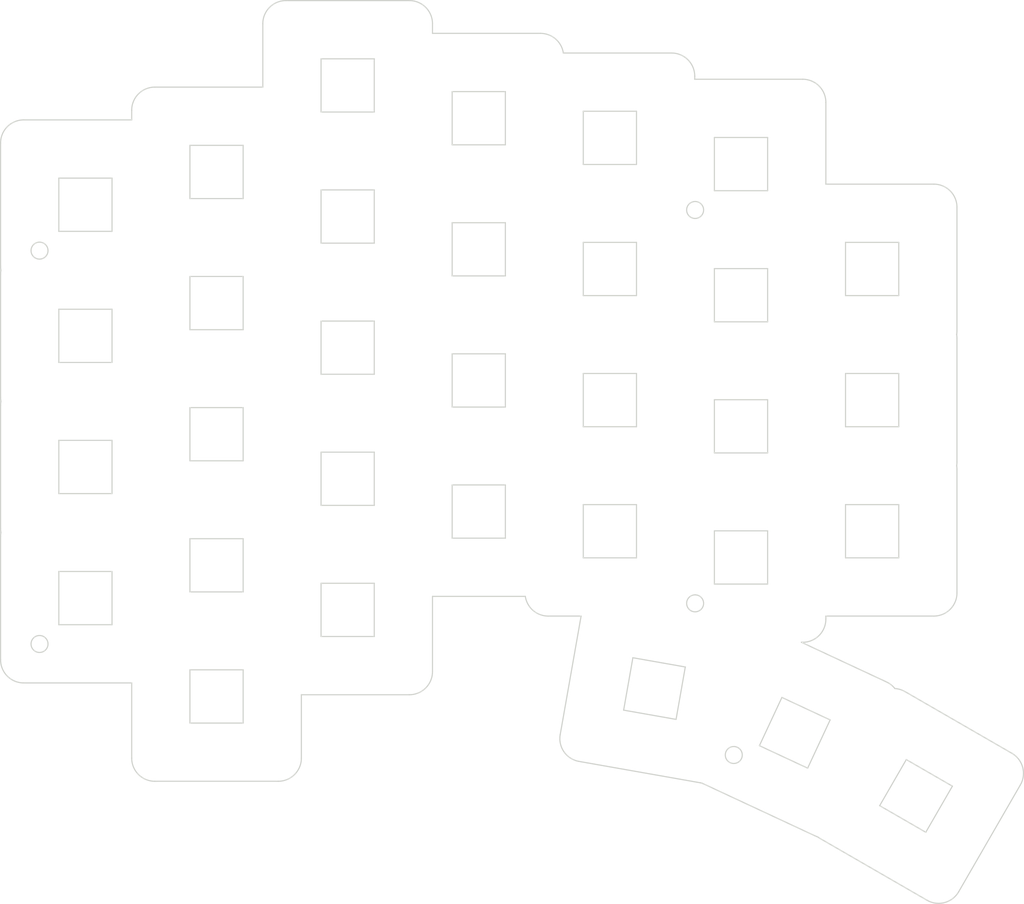
<source format=kicad_pcb>


(kicad_pcb
  (version 20240108)
  (generator "ergogen")
  (generator_version "4.1.0")
  (general
    (thickness 1.6)
    (legacy_teardrops no)
  )
  (paper "A3")
  (title_block
    (title "plate_left")
    (date "2025-08-10")
    (rev "v0.2")
    (company "Happily-Coding")
  )

  (layers
    (0 "F.Cu" signal)
    (31 "B.Cu" signal)
    (32 "B.Adhes" user "B.Adhesive")
    (33 "F.Adhes" user "F.Adhesive")
    (34 "B.Paste" user)
    (35 "F.Paste" user)
    (36 "B.SilkS" user "B.Silkscreen")
    (37 "F.SilkS" user "F.Silkscreen")
    (38 "B.Mask" user)
    (39 "F.Mask" user)
    (40 "Dwgs.User" user "User.Drawings")
    (41 "Cmts.User" user "User.Comments")
    (42 "Eco1.User" user "User.Eco1")
    (43 "Eco2.User" user "User.Eco2")
    (44 "Edge.Cuts" user)
    (45 "Margin" user)
    (46 "B.CrtYd" user "B.Courtyard")
    (47 "F.CrtYd" user "F.Courtyard")
    (48 "B.Fab" user)
    (49 "F.Fab" user)
  )

  (setup
    (pad_to_mask_clearance 0.05)
    (allow_soldermask_bridges_in_footprints no)
    (pcbplotparams
      (layerselection 0x00010fc_ffffffff)
      (plot_on_all_layers_selection 0x0000000_00000000)
      (disableapertmacros no)
      (usegerberextensions no)
      (usegerberattributes yes)
      (usegerberadvancedattributes yes)
      (creategerberjobfile yes)
      (dashed_line_dash_ratio 12.000000)
      (dashed_line_gap_ratio 3.000000)
      (svgprecision 4)
      (plotframeref no)
      (viasonmask no)
      (mode 1)
      (useauxorigin no)
      (hpglpennumber 1)
      (hpglpenspeed 20)
      (hpglpendiameter 15.000000)
      (pdf_front_fp_property_popups yes)
      (pdf_back_fp_property_popups yes)
      (dxfpolygonmode yes)
      (dxfimperialunits yes)
      (dxfusepcbnewfont yes)
      (psnegative no)
      (psa4output no)
      (plotreference yes)
      (plotvalue yes)
      (plotfptext yes)
      (plotinvisibletext no)
      (sketchpadsonfab no)
      (subtractmaskfromsilk no)
      (outputformat 1)
      (mirror no)
      (drillshape 1)
      (scaleselection 1)
      (outputdirectory "")
    )
  )

  (net 0 "")

  
  (gr_line (start 27 144) (end 41 144) (layer Edge.Cuts) (stroke (width 0.15) (type default)))
(gr_arc (start 24.0419601 124.5) (mid 24.0105084 124.7491212) (end 24 125) (layer Edge.Cuts) (stroke (width 0.15) (type default)))
(gr_line (start 24 125) (end 24 141) (layer Edge.Cuts) (stroke (width 0.15) (type default)))
(gr_arc (start 24 141) (mid 24.8786797 143.1213203) (end 27 144) (layer Edge.Cuts) (stroke (width 0.15) (type default)))
(gr_arc (start 24.0419601 107.5) (mid 24.0105084 107.7491212) (end 24 108) (layer Edge.Cuts) (stroke (width 0.15) (type default)))
(gr_line (start 24 108) (end 24 124) (layer Edge.Cuts) (stroke (width 0.15) (type default)))
(gr_arc (start 24 124) (mid 24.0105084 124.2508788) (end 24.0419601 124.5) (layer Edge.Cuts) (stroke (width 0.15) (type default)))
(gr_arc (start 24.0419601 90.5) (mid 24.0105084 90.7491212) (end 24 91) (layer Edge.Cuts) (stroke (width 0.15) (type default)))
(gr_line (start 24 91) (end 24 107) (layer Edge.Cuts) (stroke (width 0.15) (type default)))
(gr_arc (start 24 107) (mid 24.0105084 107.2508788) (end 24.0419601 107.5) (layer Edge.Cuts) (stroke (width 0.15) (type default)))
(gr_line (start 41 71) (end 27 71) (layer Edge.Cuts) (stroke (width 0.15) (type default)))
(gr_arc (start 27 71) (mid 24.8786797 71.8786797) (end 24 74) (layer Edge.Cuts) (stroke (width 0.15) (type default)))
(gr_line (start 24 74) (end 24 90) (layer Edge.Cuts) (stroke (width 0.15) (type default)))
(gr_arc (start 24 90) (mid 24.0105084 90.2508788) (end 24.0419601 90.5) (layer Edge.Cuts) (stroke (width 0.15) (type default)))
(gr_line (start 44 156.75) (end 60 156.75) (layer Edge.Cuts) (stroke (width 0.15) (type default)))
(gr_arc (start 60 156.75) (mid 62.1213203 155.8713203) (end 63 153.75) (layer Edge.Cuts) (stroke (width 0.15) (type default)))
(gr_line (start 63 153.75) (end 63 145.53) (layer Edge.Cuts) (stroke (width 0.15) (type default)))
(gr_line (start 41 144) (end 41 153.75) (layer Edge.Cuts) (stroke (width 0.15) (type default)))
(gr_arc (start 41 153.75) (mid 41.8786797 155.8713203) (end 44 156.75) (layer Edge.Cuts) (stroke (width 0.15) (type default)))
(gr_line (start 58 66.75) (end 44 66.75) (layer Edge.Cuts) (stroke (width 0.15) (type default)))
(gr_arc (start 44 66.75) (mid 41.8786797 67.6286797) (end 41 69.75) (layer Edge.Cuts) (stroke (width 0.15) (type default)))
(gr_line (start 41 69.75) (end 41 71) (layer Edge.Cuts) (stroke (width 0.15) (type default)))
(gr_line (start 63 145.53) (end 77 145.53) (layer Edge.Cuts) (stroke (width 0.15) (type default)))
(gr_arc (start 77 145.53) (mid 79.1213203 144.6513203) (end 80 142.53) (layer Edge.Cuts) (stroke (width 0.15) (type default)))
(gr_line (start 80 142.53) (end 80 132.78) (layer Edge.Cuts) (stroke (width 0.15) (type default)))
(gr_line (start 80 59.78) (end 80 58.53) (layer Edge.Cuts) (stroke (width 0.15) (type default)))
(gr_arc (start 80 58.53) (mid 79.1213203 56.4086797) (end 77 55.53) (layer Edge.Cuts) (stroke (width 0.15) (type default)))
(gr_line (start 77 55.53) (end 61 55.53) (layer Edge.Cuts) (stroke (width 0.15) (type default)))
(gr_arc (start 61 55.53) (mid 58.8786797 56.4086797) (end 58 58.53) (layer Edge.Cuts) (stroke (width 0.15) (type default)))
(gr_line (start 58 58.53) (end 58 66.75) (layer Edge.Cuts) (stroke (width 0.15) (type default)))
(gr_line (start 80 132.78) (end 92.033942 132.78) (layer Edge.Cuts) (stroke (width 0.15) (type default)))
(gr_arc (start 96.966058 62.33) (mid 95.9557607 60.5051374) (end 94 59.78) (layer Edge.Cuts) (stroke (width 0.15) (type default)))
(gr_line (start 94 59.78) (end 80 59.78) (layer Edge.Cuts) (stroke (width 0.15) (type default)))
(gr_line (start 95 135.33) (end 99.26778084719014 135.33) (layer Edge.Cuts) (stroke (width 0.15) (type default)))
(gr_arc (start 92.033942 132.78) (mid 93.0442393 134.60486260000002) (end 95 135.33) (layer Edge.Cuts) (stroke (width 0.15) (type default)))
(gr_line (start 114 65.72999999999999) (end 114 65.33000000000001) (layer Edge.Cuts) (stroke (width 0.15) (type default)))
(gr_arc (start 114 65.33000000000001) (mid 113.1213203 63.20867970000001) (end 111 62.33000000000001) (layer Edge.Cuts) (stroke (width 0.15) (type default)))
(gr_line (start 111 62.33000000000001) (end 96.966058 62.33) (layer Edge.Cuts) (stroke (width 0.15) (type default)))
(gr_line (start 127.83205348520788 138.73) (end 128 138.73) (layer Edge.Cuts) (stroke (width 0.15) (type default)))
(gr_arc (start 128 138.73) (mid 130.1213203 137.8513203) (end 131 135.73) (layer Edge.Cuts) (stroke (width 0.15) (type default)))
(gr_line (start 131 135.73) (end 131 135.33) (layer Edge.Cuts) (stroke (width 0.15) (type default)))
(gr_line (start 131 79.33000000000001) (end 131 68.72999999999999) (layer Edge.Cuts) (stroke (width 0.15) (type default)))
(gr_arc (start 131 68.72999999999999) (mid 130.1213203 66.6086797) (end 128 65.72999999999999) (layer Edge.Cuts) (stroke (width 0.15) (type default)))
(gr_line (start 128 65.72999999999999) (end 114 65.72999999999999) (layer Edge.Cuts) (stroke (width 0.15) (type default)))
(gr_line (start 131 135.33) (end 145 135.33) (layer Edge.Cuts) (stroke (width 0.15) (type default)))
(gr_arc (start 145 135.33) (mid 147.1213203 134.45132030000002) (end 148 132.33) (layer Edge.Cuts) (stroke (width 0.15) (type default)))
(gr_line (start 148 132.33) (end 148 116.33000000000001) (layer Edge.Cuts) (stroke (width 0.15) (type default)))
(gr_arc (start 148 116.33000000000001) (mid 147.9894916 116.07912120000002) (end 147.9580399 115.83000000000001) (layer Edge.Cuts) (stroke (width 0.15) (type default)))
(gr_arc (start 147.9580399 115.83000000000001) (mid 147.9894916 115.58087880000001) (end 148 115.33000000000001) (layer Edge.Cuts) (stroke (width 0.15) (type default)))
(gr_line (start 148 115.33000000000001) (end 148 99.33000000000001) (layer Edge.Cuts) (stroke (width 0.15) (type default)))
(gr_arc (start 148 99.33000000000001) (mid 147.9894916 99.07912120000002) (end 147.9580399 98.83000000000001) (layer Edge.Cuts) (stroke (width 0.15) (type default)))
(gr_arc (start 147.9580399 98.83000000000001) (mid 147.9894916 98.58087880000001) (end 148 98.33000000000001) (layer Edge.Cuts) (stroke (width 0.15) (type default)))
(gr_line (start 148 98.33000000000001) (end 148 82.33000000000001) (layer Edge.Cuts) (stroke (width 0.15) (type default)))
(gr_arc (start 148 82.33000000000001) (mid 147.1213203 80.20867970000002) (end 145 79.33000000000001) (layer Edge.Cuts) (stroke (width 0.15) (type default)))
(gr_line (start 145 79.33000000000001) (end 131 79.33000000000001) (layer Edge.Cuts) (stroke (width 0.15) (type default)))
(gr_line (start 98.991408 154.1736999) (end 114.7483321 156.95207069999998) (layer Edge.Cuts) (stroke (width 0.15) (type default)))
(gr_arc (start 114.7483321 156.95207069999998) (mid 114.8330342 156.96576009999998) (end 114.9180932 156.97702159999997) (layer Edge.Cuts) (stroke (width 0.15) (type default)))
(gr_line (start 99.26778084719014 135.33000000000004) (end 96.5579293 150.6983321) (layer Edge.Cuts) (stroke (width 0.15) (type default)))
(gr_arc (start 96.5579293 150.6983321) (mid 97.0548965 152.940006) (end 98.9914081 154.1736999) (layer Edge.Cuts) (stroke (width 0.15) (type default)))
(gr_line (start 115.07146459999998 157.05395399999998) (end 129.5723892 163.81584619999998) (layer Edge.Cuts) (stroke (width 0.15) (type default)))
(gr_arc (start 129.57238919999998 163.81584619999998) (mid 129.75311409999998 163.89301809999998) (end 129.93850369999998 163.9581926) (layer Edge.Cuts) (stroke (width 0.15) (type default)))
(gr_arc (start 139.9493024 144.72762699999998) (mid 139.4590029 144.2397202) (end 138.869991 143.8770748) (layer Edge.Cuts) (stroke (width 0.15) (type default)))
(gr_line (start 138.869991 143.8770748) (end 127.83205348520788 138.73) (layer Edge.Cuts) (stroke (width 0.15) (type default)))
(gr_arc (start 114.91809319999999 156.97702149999998) (mid 114.99422879999999 157.0165845) (end 115.0714646 157.05395389999998) (layer Edge.Cuts) (stroke (width 0.15) (type default)))
(gr_line (start 130.2651015 164.17644929999997) (end 144.1215079 172.17644929999997) (layer Edge.Cuts) (stroke (width 0.15) (type default)))
(gr_arc (start 144.1215079 172.1764493) (mid 146.397965 172.47615059999998) (end 148.21958410000002 171.0783731) (layer Edge.Cuts) (stroke (width 0.15) (type default)))
(gr_line (start 148.2195841 171.0783731) (end 156.2195841 157.22196669999997) (layer Edge.Cuts) (stroke (width 0.15) (type default)))
(gr_arc (start 156.2195841 157.22196669999997) (mid 156.51928539999997 154.94550959999998) (end 155.12150789999998 153.12389049999996) (layer Edge.Cuts) (stroke (width 0.15) (type default)))
(gr_line (start 155.12150789999998 153.1238905) (end 141.2651015 145.1238905) (layer Edge.Cuts) (stroke (width 0.15) (type default)))
(gr_arc (start 141.2651015 145.1238905) (mid 140.63019649999998 144.849405) (end 139.9493024 144.72762699999998) (layer Edge.Cuts) (stroke (width 0.15) (type default)))
(gr_arc (start 129.93850369999998 163.9581925) (mid 130.09822649999998 164.0726721) (end 130.2651015 164.1764493) (layer Edge.Cuts) (stroke (width 0.15) (type default)))
(gr_line (start 31.55 136.45) (end 38.45 136.45) (layer Edge.Cuts) (stroke (width 0.15) (type default)))
(gr_line (start 38.45 136.45) (end 38.45 129.54999999999998) (layer Edge.Cuts) (stroke (width 0.15) (type default)))
(gr_line (start 38.45 129.54999999999998) (end 31.55 129.54999999999998) (layer Edge.Cuts) (stroke (width 0.15) (type default)))
(gr_line (start 31.55 129.54999999999998) (end 31.55 136.45) (layer Edge.Cuts) (stroke (width 0.15) (type default)))
(gr_line (start 31.55 119.45) (end 38.45 119.45) (layer Edge.Cuts) (stroke (width 0.15) (type default)))
(gr_line (start 38.45 119.45) (end 38.45 112.55) (layer Edge.Cuts) (stroke (width 0.15) (type default)))
(gr_line (start 38.45 112.55) (end 31.55 112.55) (layer Edge.Cuts) (stroke (width 0.15) (type default)))
(gr_line (start 31.55 112.55) (end 31.55 119.45) (layer Edge.Cuts) (stroke (width 0.15) (type default)))
(gr_line (start 31.55 102.45) (end 38.45 102.45) (layer Edge.Cuts) (stroke (width 0.15) (type default)))
(gr_line (start 38.45 102.45) (end 38.45 95.55) (layer Edge.Cuts) (stroke (width 0.15) (type default)))
(gr_line (start 38.45 95.55) (end 31.55 95.55) (layer Edge.Cuts) (stroke (width 0.15) (type default)))
(gr_line (start 31.55 95.55) (end 31.55 102.45) (layer Edge.Cuts) (stroke (width 0.15) (type default)))
(gr_line (start 31.55 85.45) (end 38.45 85.45) (layer Edge.Cuts) (stroke (width 0.15) (type default)))
(gr_line (start 38.45 85.45) (end 38.45 78.55) (layer Edge.Cuts) (stroke (width 0.15) (type default)))
(gr_line (start 38.45 78.55) (end 31.55 78.55) (layer Edge.Cuts) (stroke (width 0.15) (type default)))
(gr_line (start 31.55 78.55) (end 31.55 85.45) (layer Edge.Cuts) (stroke (width 0.15) (type default)))
(gr_line (start 48.55 149.2) (end 55.449999999999996 149.2) (layer Edge.Cuts) (stroke (width 0.15) (type default)))
(gr_line (start 55.449999999999996 149.2) (end 55.449999999999996 142.29999999999998) (layer Edge.Cuts) (stroke (width 0.15) (type default)))
(gr_line (start 55.449999999999996 142.29999999999998) (end 48.55 142.29999999999998) (layer Edge.Cuts) (stroke (width 0.15) (type default)))
(gr_line (start 48.55 142.29999999999998) (end 48.55 149.2) (layer Edge.Cuts) (stroke (width 0.15) (type default)))
(gr_line (start 48.55 132.2) (end 55.449999999999996 132.2) (layer Edge.Cuts) (stroke (width 0.15) (type default)))
(gr_line (start 55.449999999999996 132.2) (end 55.449999999999996 125.29999999999998) (layer Edge.Cuts) (stroke (width 0.15) (type default)))
(gr_line (start 55.449999999999996 125.29999999999998) (end 48.55 125.29999999999998) (layer Edge.Cuts) (stroke (width 0.15) (type default)))
(gr_line (start 48.55 125.29999999999998) (end 48.55 132.2) (layer Edge.Cuts) (stroke (width 0.15) (type default)))
(gr_line (start 48.55 115.2) (end 55.449999999999996 115.2) (layer Edge.Cuts) (stroke (width 0.15) (type default)))
(gr_line (start 55.449999999999996 115.2) (end 55.449999999999996 108.3) (layer Edge.Cuts) (stroke (width 0.15) (type default)))
(gr_line (start 55.449999999999996 108.3) (end 48.55 108.3) (layer Edge.Cuts) (stroke (width 0.15) (type default)))
(gr_line (start 48.55 108.3) (end 48.55 115.2) (layer Edge.Cuts) (stroke (width 0.15) (type default)))
(gr_line (start 48.55 98.2) (end 55.449999999999996 98.2) (layer Edge.Cuts) (stroke (width 0.15) (type default)))
(gr_line (start 55.449999999999996 98.2) (end 55.449999999999996 91.3) (layer Edge.Cuts) (stroke (width 0.15) (type default)))
(gr_line (start 55.449999999999996 91.3) (end 48.55 91.3) (layer Edge.Cuts) (stroke (width 0.15) (type default)))
(gr_line (start 48.55 91.3) (end 48.55 98.2) (layer Edge.Cuts) (stroke (width 0.15) (type default)))
(gr_line (start 48.55 81.2) (end 55.449999999999996 81.2) (layer Edge.Cuts) (stroke (width 0.15) (type default)))
(gr_line (start 55.449999999999996 81.2) (end 55.449999999999996 74.3) (layer Edge.Cuts) (stroke (width 0.15) (type default)))
(gr_line (start 55.449999999999996 74.3) (end 48.55 74.3) (layer Edge.Cuts) (stroke (width 0.15) (type default)))
(gr_line (start 48.55 74.3) (end 48.55 81.2) (layer Edge.Cuts) (stroke (width 0.15) (type default)))
(gr_line (start 65.55 137.98) (end 72.45 137.98) (layer Edge.Cuts) (stroke (width 0.15) (type default)))
(gr_line (start 72.45 137.98) (end 72.45 131.07999999999998) (layer Edge.Cuts) (stroke (width 0.15) (type default)))
(gr_line (start 72.45 131.07999999999998) (end 65.55 131.07999999999998) (layer Edge.Cuts) (stroke (width 0.15) (type default)))
(gr_line (start 65.55 131.07999999999998) (end 65.55 137.98) (layer Edge.Cuts) (stroke (width 0.15) (type default)))
(gr_line (start 65.55 120.98) (end 72.45 120.98) (layer Edge.Cuts) (stroke (width 0.15) (type default)))
(gr_line (start 72.45 120.98) (end 72.45 114.08) (layer Edge.Cuts) (stroke (width 0.15) (type default)))
(gr_line (start 72.45 114.08) (end 65.55 114.08) (layer Edge.Cuts) (stroke (width 0.15) (type default)))
(gr_line (start 65.55 114.08) (end 65.55 120.98) (layer Edge.Cuts) (stroke (width 0.15) (type default)))
(gr_line (start 65.55 103.98) (end 72.45 103.98) (layer Edge.Cuts) (stroke (width 0.15) (type default)))
(gr_line (start 72.45 103.98) (end 72.45 97.08) (layer Edge.Cuts) (stroke (width 0.15) (type default)))
(gr_line (start 72.45 97.08) (end 65.55 97.08) (layer Edge.Cuts) (stroke (width 0.15) (type default)))
(gr_line (start 65.55 97.08) (end 65.55 103.98) (layer Edge.Cuts) (stroke (width 0.15) (type default)))
(gr_line (start 65.55 86.98) (end 72.45 86.98) (layer Edge.Cuts) (stroke (width 0.15) (type default)))
(gr_line (start 72.45 86.98) (end 72.45 80.08) (layer Edge.Cuts) (stroke (width 0.15) (type default)))
(gr_line (start 72.45 80.08) (end 65.55 80.08) (layer Edge.Cuts) (stroke (width 0.15) (type default)))
(gr_line (start 65.55 80.08) (end 65.55 86.98) (layer Edge.Cuts) (stroke (width 0.15) (type default)))
(gr_line (start 65.55 69.98) (end 72.45 69.98) (layer Edge.Cuts) (stroke (width 0.15) (type default)))
(gr_line (start 72.45 69.98) (end 72.45 63.080000000000005) (layer Edge.Cuts) (stroke (width 0.15) (type default)))
(gr_line (start 72.45 63.080000000000005) (end 65.55 63.080000000000005) (layer Edge.Cuts) (stroke (width 0.15) (type default)))
(gr_line (start 65.55 63.080000000000005) (end 65.55 69.98) (layer Edge.Cuts) (stroke (width 0.15) (type default)))
(gr_line (start 82.55 125.23) (end 89.45 125.23) (layer Edge.Cuts) (stroke (width 0.15) (type default)))
(gr_line (start 89.45 125.23) (end 89.45 118.33) (layer Edge.Cuts) (stroke (width 0.15) (type default)))
(gr_line (start 89.45 118.33) (end 82.55 118.33) (layer Edge.Cuts) (stroke (width 0.15) (type default)))
(gr_line (start 82.55 118.33) (end 82.55 125.23) (layer Edge.Cuts) (stroke (width 0.15) (type default)))
(gr_line (start 82.55 108.23) (end 89.45 108.23) (layer Edge.Cuts) (stroke (width 0.15) (type default)))
(gr_line (start 89.45 108.23) (end 89.45 101.33) (layer Edge.Cuts) (stroke (width 0.15) (type default)))
(gr_line (start 89.45 101.33) (end 82.55 101.33) (layer Edge.Cuts) (stroke (width 0.15) (type default)))
(gr_line (start 82.55 101.33) (end 82.55 108.23) (layer Edge.Cuts) (stroke (width 0.15) (type default)))
(gr_line (start 82.55 91.23) (end 89.45 91.23) (layer Edge.Cuts) (stroke (width 0.15) (type default)))
(gr_line (start 89.45 91.23) (end 89.45 84.33) (layer Edge.Cuts) (stroke (width 0.15) (type default)))
(gr_line (start 89.45 84.33) (end 82.55 84.33) (layer Edge.Cuts) (stroke (width 0.15) (type default)))
(gr_line (start 82.55 84.33) (end 82.55 91.23) (layer Edge.Cuts) (stroke (width 0.15) (type default)))
(gr_line (start 82.55 74.23) (end 89.45 74.23) (layer Edge.Cuts) (stroke (width 0.15) (type default)))
(gr_line (start 89.45 74.23) (end 89.45 67.33) (layer Edge.Cuts) (stroke (width 0.15) (type default)))
(gr_line (start 89.45 67.33) (end 82.55 67.33) (layer Edge.Cuts) (stroke (width 0.15) (type default)))
(gr_line (start 82.55 67.33) (end 82.55 74.23) (layer Edge.Cuts) (stroke (width 0.15) (type default)))
(gr_line (start 99.55 127.78000000000002) (end 106.45 127.78000000000002) (layer Edge.Cuts) (stroke (width 0.15) (type default)))
(gr_line (start 106.45 127.78000000000002) (end 106.45 120.88000000000001) (layer Edge.Cuts) (stroke (width 0.15) (type default)))
(gr_line (start 106.45 120.88000000000001) (end 99.55 120.88000000000001) (layer Edge.Cuts) (stroke (width 0.15) (type default)))
(gr_line (start 99.55 120.88000000000001) (end 99.55 127.78000000000002) (layer Edge.Cuts) (stroke (width 0.15) (type default)))
(gr_line (start 99.55 110.78000000000002) (end 106.45 110.78000000000002) (layer Edge.Cuts) (stroke (width 0.15) (type default)))
(gr_line (start 106.45 110.78000000000002) (end 106.45 103.88000000000001) (layer Edge.Cuts) (stroke (width 0.15) (type default)))
(gr_line (start 106.45 103.88000000000001) (end 99.55 103.88000000000001) (layer Edge.Cuts) (stroke (width 0.15) (type default)))
(gr_line (start 99.55 103.88000000000001) (end 99.55 110.78000000000002) (layer Edge.Cuts) (stroke (width 0.15) (type default)))
(gr_line (start 99.55 93.78000000000002) (end 106.45 93.78000000000002) (layer Edge.Cuts) (stroke (width 0.15) (type default)))
(gr_line (start 106.45 93.78000000000002) (end 106.45 86.88000000000001) (layer Edge.Cuts) (stroke (width 0.15) (type default)))
(gr_line (start 106.45 86.88000000000001) (end 99.55 86.88000000000001) (layer Edge.Cuts) (stroke (width 0.15) (type default)))
(gr_line (start 99.55 86.88000000000001) (end 99.55 93.78000000000002) (layer Edge.Cuts) (stroke (width 0.15) (type default)))
(gr_line (start 99.55 76.78000000000002) (end 106.45 76.78000000000002) (layer Edge.Cuts) (stroke (width 0.15) (type default)))
(gr_line (start 106.45 76.78000000000002) (end 106.45 69.88000000000001) (layer Edge.Cuts) (stroke (width 0.15) (type default)))
(gr_line (start 106.45 69.88000000000001) (end 99.55 69.88000000000001) (layer Edge.Cuts) (stroke (width 0.15) (type default)))
(gr_line (start 99.55 69.88000000000001) (end 99.55 76.78000000000002) (layer Edge.Cuts) (stroke (width 0.15) (type default)))
(gr_line (start 116.55 131.17999999999998) (end 123.45 131.17999999999998) (layer Edge.Cuts) (stroke (width 0.15) (type default)))
(gr_line (start 123.45 131.17999999999998) (end 123.45 124.27999999999997) (layer Edge.Cuts) (stroke (width 0.15) (type default)))
(gr_line (start 123.45 124.27999999999997) (end 116.55 124.27999999999997) (layer Edge.Cuts) (stroke (width 0.15) (type default)))
(gr_line (start 116.55 124.27999999999997) (end 116.55 131.17999999999998) (layer Edge.Cuts) (stroke (width 0.15) (type default)))
(gr_line (start 116.55 114.17999999999999) (end 123.45 114.17999999999999) (layer Edge.Cuts) (stroke (width 0.15) (type default)))
(gr_line (start 123.45 114.17999999999999) (end 123.45 107.27999999999999) (layer Edge.Cuts) (stroke (width 0.15) (type default)))
(gr_line (start 123.45 107.27999999999999) (end 116.55 107.27999999999999) (layer Edge.Cuts) (stroke (width 0.15) (type default)))
(gr_line (start 116.55 107.27999999999999) (end 116.55 114.17999999999999) (layer Edge.Cuts) (stroke (width 0.15) (type default)))
(gr_line (start 116.55 97.17999999999999) (end 123.45 97.17999999999999) (layer Edge.Cuts) (stroke (width 0.15) (type default)))
(gr_line (start 123.45 97.17999999999999) (end 123.45 90.27999999999999) (layer Edge.Cuts) (stroke (width 0.15) (type default)))
(gr_line (start 123.45 90.27999999999999) (end 116.55 90.27999999999999) (layer Edge.Cuts) (stroke (width 0.15) (type default)))
(gr_line (start 116.55 90.27999999999999) (end 116.55 97.17999999999999) (layer Edge.Cuts) (stroke (width 0.15) (type default)))
(gr_line (start 116.55 80.17999999999999) (end 123.45 80.17999999999999) (layer Edge.Cuts) (stroke (width 0.15) (type default)))
(gr_line (start 123.45 80.17999999999999) (end 123.45 73.27999999999999) (layer Edge.Cuts) (stroke (width 0.15) (type default)))
(gr_line (start 123.45 73.27999999999999) (end 116.55 73.27999999999999) (layer Edge.Cuts) (stroke (width 0.15) (type default)))
(gr_line (start 116.55 73.27999999999999) (end 116.55 80.17999999999999) (layer Edge.Cuts) (stroke (width 0.15) (type default)))
(gr_line (start 133.55 127.78000000000002) (end 140.45000000000002 127.78000000000002) (layer Edge.Cuts) (stroke (width 0.15) (type default)))
(gr_line (start 140.45000000000002 127.78000000000002) (end 140.45000000000002 120.88000000000001) (layer Edge.Cuts) (stroke (width 0.15) (type default)))
(gr_line (start 140.45000000000002 120.88000000000001) (end 133.55 120.88000000000001) (layer Edge.Cuts) (stroke (width 0.15) (type default)))
(gr_line (start 133.55 120.88000000000001) (end 133.55 127.78000000000002) (layer Edge.Cuts) (stroke (width 0.15) (type default)))
(gr_line (start 133.55 110.78000000000002) (end 140.45000000000002 110.78000000000002) (layer Edge.Cuts) (stroke (width 0.15) (type default)))
(gr_line (start 140.45000000000002 110.78000000000002) (end 140.45000000000002 103.88000000000001) (layer Edge.Cuts) (stroke (width 0.15) (type default)))
(gr_line (start 140.45000000000002 103.88000000000001) (end 133.55 103.88000000000001) (layer Edge.Cuts) (stroke (width 0.15) (type default)))
(gr_line (start 133.55 103.88000000000001) (end 133.55 110.78000000000002) (layer Edge.Cuts) (stroke (width 0.15) (type default)))
(gr_line (start 133.55 93.78000000000002) (end 140.45000000000002 93.78000000000002) (layer Edge.Cuts) (stroke (width 0.15) (type default)))
(gr_line (start 140.45000000000002 93.78000000000002) (end 140.45000000000002 86.88000000000001) (layer Edge.Cuts) (stroke (width 0.15) (type default)))
(gr_line (start 140.45000000000002 86.88000000000001) (end 133.55 86.88000000000001) (layer Edge.Cuts) (stroke (width 0.15) (type default)))
(gr_line (start 133.55 86.88000000000001) (end 133.55 93.78000000000002) (layer Edge.Cuts) (stroke (width 0.15) (type default)))
(gr_line (start 104.783327 147.52850049999998) (end 111.5785005 148.72667299999998) (layer Edge.Cuts) (stroke (width 0.15) (type default)))
(gr_line (start 111.5785005 148.72667299999998) (end 112.776673 141.93149949999997) (layer Edge.Cuts) (stroke (width 0.15) (type default)))
(gr_line (start 112.776673 141.93149949999997) (end 105.9814995 140.73332699999997) (layer Edge.Cuts) (stroke (width 0.15) (type default)))
(gr_line (start 105.9814995 140.73332699999997) (end 104.783327 147.52850049999998) (layer Edge.Cuts) (stroke (width 0.15) (type default)))
(gr_line (start 122.38593289999999 152.13424329999998) (end 128.63945669999998 155.05030929999998) (layer Edge.Cuts) (stroke (width 0.15) (type default)))
(gr_line (start 128.63945669999998 155.05030929999998) (end 131.55552269999998 148.79678549999997) (layer Edge.Cuts) (stroke (width 0.15) (type default)))
(gr_line (start 131.55552269999998 148.79678549999997) (end 125.30199889999999 145.88071949999997) (layer Edge.Cuts) (stroke (width 0.15) (type default)))
(gr_line (start 125.30199889999999 145.88071949999997) (end 122.38593289999999 152.13424329999998) (layer Edge.Cuts) (stroke (width 0.15) (type default)))
(gr_line (start 137.98051710000001 159.91295749999998) (end 143.95609230000002 163.36295749999996) (layer Edge.Cuts) (stroke (width 0.15) (type default)))
(gr_line (start 143.95609230000002 163.36295749999996) (end 147.4060923 157.38738229999996) (layer Edge.Cuts) (stroke (width 0.15) (type default)))
(gr_line (start 147.4060923 157.38738229999996) (end 141.4305171 153.93738229999997) (layer Edge.Cuts) (stroke (width 0.15) (type default)))
(gr_line (start 141.4305171 153.93738229999997) (end 137.98051710000001 159.91295749999998) (layer Edge.Cuts) (stroke (width 0.15) (type default)))
(gr_circle (center 29.05 87.95) (end 30.150000000000002 87.95) (layer Edge.Cuts) (stroke (width 0.15) (type default)) (fill none))
(gr_circle (center 29.05 138.95) (end 30.150000000000002 138.95) (layer Edge.Cuts) (stroke (width 0.15) (type default)) (fill none))
(gr_circle (center 114.05 82.67999999999999) (end 115.14999999999999 82.67999999999999) (layer Edge.Cuts) (stroke (width 0.15) (type default)) (fill none))
(gr_circle (center 114.05 133.67999999999998) (end 115.14999999999999 133.67999999999998) (layer Edge.Cuts) (stroke (width 0.15) (type default)) (fill none))
(gr_circle (center 119.06361779999999 153.3434671) (end 120.16361779999998 153.3434671) (layer Edge.Cuts) (stroke (width 0.15) (type default)) (fill none))

)


</source>
